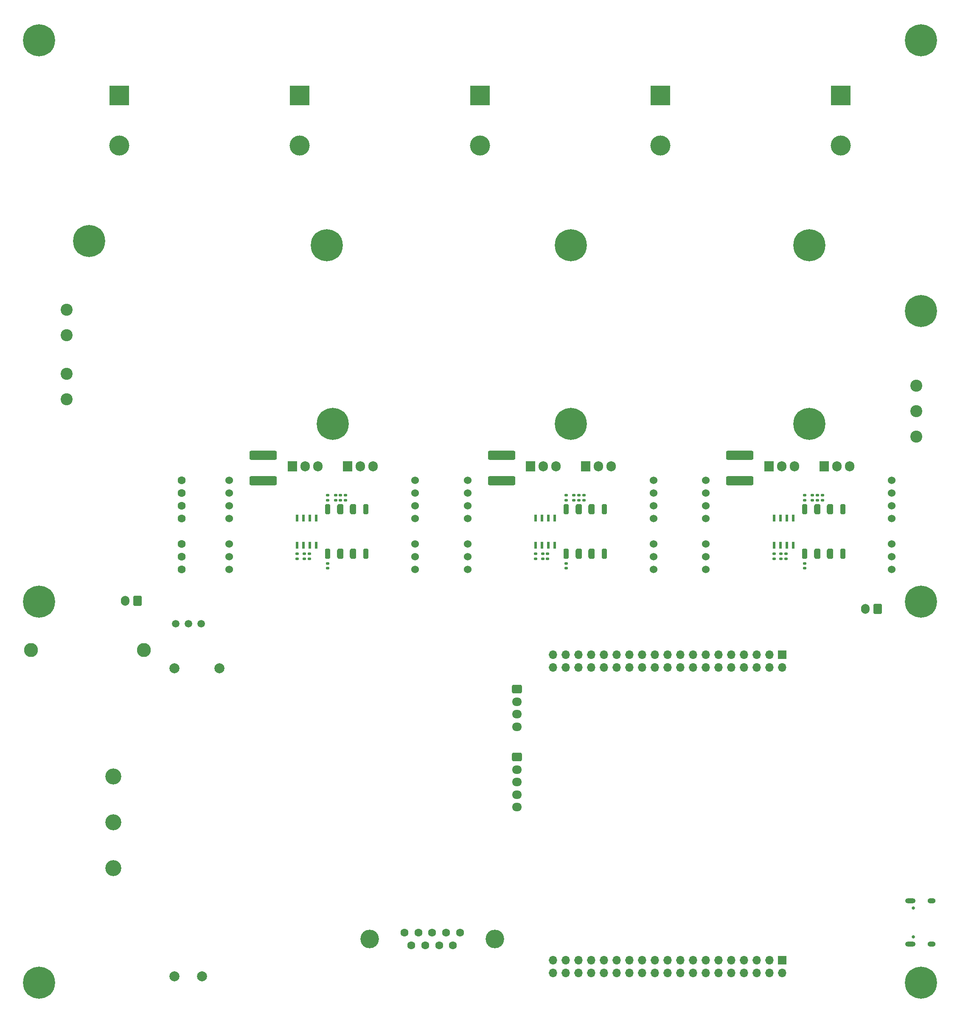
<source format=gbr>
%TF.GenerationSoftware,KiCad,Pcbnew,7.0.7-7.0.7~ubuntu22.04.1*%
%TF.CreationDate,2023-09-07T14:29:00+02:00*%
%TF.ProjectId,Inverter_KiCAD,496e7665-7274-4657-925f-4b694341442e,rev?*%
%TF.SameCoordinates,Original*%
%TF.FileFunction,Soldermask,Bot*%
%TF.FilePolarity,Negative*%
%FSLAX46Y46*%
G04 Gerber Fmt 4.6, Leading zero omitted, Abs format (unit mm)*
G04 Created by KiCad (PCBNEW 7.0.7-7.0.7~ubuntu22.04.1) date 2023-09-07 14:29:00*
%MOMM*%
%LPD*%
G01*
G04 APERTURE LIST*
G04 Aperture macros list*
%AMRoundRect*
0 Rectangle with rounded corners*
0 $1 Rounding radius*
0 $2 $3 $4 $5 $6 $7 $8 $9 X,Y pos of 4 corners*
0 Add a 4 corners polygon primitive as box body*
4,1,4,$2,$3,$4,$5,$6,$7,$8,$9,$2,$3,0*
0 Add four circle primitives for the rounded corners*
1,1,$1+$1,$2,$3*
1,1,$1+$1,$4,$5*
1,1,$1+$1,$6,$7*
1,1,$1+$1,$8,$9*
0 Add four rect primitives between the rounded corners*
20,1,$1+$1,$2,$3,$4,$5,0*
20,1,$1+$1,$4,$5,$6,$7,0*
20,1,$1+$1,$6,$7,$8,$9,0*
20,1,$1+$1,$8,$9,$2,$3,0*%
G04 Aperture macros list end*
%ADD10C,0.800000*%
%ADD11C,6.400000*%
%ADD12C,1.524000*%
%ADD13R,4.000000X4.000000*%
%ADD14C,4.000000*%
%ADD15C,1.600000*%
%ADD16R,1.905000X2.000000*%
%ADD17O,1.905000X2.000000*%
%ADD18C,2.400000*%
%ADD19C,1.498600*%
%ADD20C,0.650000*%
%ADD21O,2.100000X1.000000*%
%ADD22O,1.600000X1.000000*%
%ADD23RoundRect,0.250000X-0.725000X0.600000X-0.725000X-0.600000X0.725000X-0.600000X0.725000X0.600000X0*%
%ADD24O,1.950000X1.700000*%
%ADD25R,1.700000X1.700000*%
%ADD26O,1.700000X1.700000*%
%ADD27C,2.006600*%
%ADD28C,1.600200*%
%ADD29C,3.708400*%
%ADD30RoundRect,0.250000X0.600000X0.750000X-0.600000X0.750000X-0.600000X-0.750000X0.600000X-0.750000X0*%
%ADD31O,1.700000X2.000000*%
%ADD32C,2.800000*%
%ADD33C,3.200000*%
%ADD34RoundRect,0.140000X-0.170000X0.140000X-0.170000X-0.140000X0.170000X-0.140000X0.170000X0.140000X0*%
%ADD35RoundRect,0.135000X-0.185000X0.135000X-0.185000X-0.135000X0.185000X-0.135000X0.185000X0.135000X0*%
%ADD36R,0.508000X1.460500*%
%ADD37RoundRect,0.250000X-2.450000X0.650000X-2.450000X-0.650000X2.450000X-0.650000X2.450000X0.650000X0*%
%ADD38RoundRect,0.135000X0.185000X-0.135000X0.185000X0.135000X-0.185000X0.135000X-0.185000X-0.135000X0*%
%ADD39RoundRect,0.140000X0.170000X-0.140000X0.170000X0.140000X-0.170000X0.140000X-0.170000X-0.140000X0*%
%ADD40RoundRect,0.254000X-0.254000X-0.746000X0.254000X-0.746000X0.254000X0.746000X-0.254000X0.746000X0*%
%ADD41RoundRect,0.317500X-0.317500X-0.682500X0.317500X-0.682500X0.317500X0.682500X-0.317500X0.682500X0*%
%ADD42RoundRect,0.265000X-0.265000X-0.735000X0.265000X-0.735000X0.265000X0.735000X-0.265000X0.735000X0*%
G04 APERTURE END LIST*
D10*
%TO.C,H109*%
X92070000Y-58870000D03*
X92772944Y-57172944D03*
X92772944Y-60567056D03*
X94470000Y-56470000D03*
D11*
X94470000Y-58870000D03*
D10*
X94470000Y-61270000D03*
X96167056Y-57172944D03*
X96167056Y-60567056D03*
X96870000Y-58870000D03*
%TD*%
D12*
%TO.C,U301*%
X122500000Y-123592500D03*
X122500000Y-121052500D03*
X122500000Y-118512500D03*
X122500000Y-113432500D03*
X122500000Y-110892500D03*
X122500000Y-108352500D03*
X122500000Y-105812500D03*
%TD*%
D13*
%TO.C,C1004*%
X89000000Y-29000000D03*
D14*
X89000000Y-39000000D03*
%TD*%
D15*
%TO.C,U701*%
X65500000Y-123592500D03*
X65500000Y-121052500D03*
X65500000Y-118512500D03*
X65500000Y-113432500D03*
X65500000Y-110892500D03*
X65500000Y-108352500D03*
X65500000Y-105812500D03*
%TD*%
D16*
%TO.C,Q202*%
X87540000Y-102940000D03*
D17*
X90080000Y-102940000D03*
X92620000Y-102940000D03*
%TD*%
D18*
%TO.C,J104*%
X212000000Y-86920000D03*
X212000000Y-92000000D03*
X212000000Y-97080000D03*
%TD*%
D19*
%TO.C,U502*%
X64320000Y-134400000D03*
X66860000Y-134400000D03*
X69400000Y-134400000D03*
%TD*%
D16*
%TO.C,Q403*%
X193660000Y-102940000D03*
D17*
X196200000Y-102940000D03*
X198740000Y-102940000D03*
%TD*%
D10*
%TO.C,H103*%
X210600000Y-206000000D03*
X211302944Y-204302944D03*
X211302944Y-207697056D03*
X213000000Y-203600000D03*
D11*
X213000000Y-206000000D03*
D10*
X213000000Y-208400000D03*
X214697056Y-204302944D03*
X214697056Y-207697056D03*
X215400000Y-206000000D03*
%TD*%
%TO.C,H108*%
X44600000Y-58000000D03*
X45302944Y-56302944D03*
X45302944Y-59697056D03*
X47000000Y-55600000D03*
D11*
X47000000Y-58000000D03*
D10*
X47000000Y-60400000D03*
X48697056Y-56302944D03*
X48697056Y-59697056D03*
X49400000Y-58000000D03*
%TD*%
%TO.C,H107*%
X210600000Y-72000000D03*
X211302944Y-70302944D03*
X211302944Y-73697056D03*
X213000000Y-69600000D03*
D11*
X213000000Y-72000000D03*
D10*
X213000000Y-74400000D03*
X214697056Y-70302944D03*
X214697056Y-73697056D03*
X215400000Y-72000000D03*
%TD*%
D20*
%TO.C,J801*%
X211400000Y-196890000D03*
X211400000Y-191110000D03*
D21*
X210870000Y-198320000D03*
D22*
X215050000Y-198320000D03*
D21*
X210870000Y-189680000D03*
D22*
X215050000Y-189680000D03*
%TD*%
D23*
%TO.C,J802*%
X132400000Y-161000000D03*
D24*
X132400000Y-163500000D03*
X132400000Y-166000000D03*
X132400000Y-168500000D03*
X132400000Y-171000000D03*
%TD*%
D16*
%TO.C,Q303*%
X146100000Y-102940000D03*
D17*
X148640000Y-102940000D03*
X151180000Y-102940000D03*
%TD*%
D13*
%TO.C,C1003*%
X125000000Y-29000000D03*
D14*
X125000000Y-39000000D03*
%TD*%
D25*
%TO.C,J101*%
X185260000Y-140570000D03*
D26*
X185260000Y-143110000D03*
X182720000Y-140570000D03*
X182720000Y-143110000D03*
X180180000Y-140570000D03*
X180180000Y-143110000D03*
X177640000Y-140570000D03*
X177640000Y-143110000D03*
X175100000Y-140570000D03*
X175100000Y-143110000D03*
X172560000Y-140570000D03*
X172560000Y-143110000D03*
X170020000Y-140570000D03*
X170020000Y-143110000D03*
X167480000Y-140570000D03*
X167480000Y-143110000D03*
X164940000Y-140570000D03*
X164940000Y-143110000D03*
X162400000Y-140570000D03*
X162400000Y-143110000D03*
X159860000Y-140570000D03*
X159860000Y-143110000D03*
X157320000Y-140570000D03*
X157320000Y-143110000D03*
X154780000Y-140570000D03*
X154780000Y-143110000D03*
X152240000Y-140570000D03*
X152240000Y-143110000D03*
X149700000Y-140570000D03*
X149700000Y-143110000D03*
X147160000Y-140570000D03*
X147160000Y-143110000D03*
X144620000Y-140570000D03*
X144620000Y-143110000D03*
X142080000Y-140570000D03*
X142080000Y-143110000D03*
X139540000Y-140570000D03*
X139540000Y-143110000D03*
%TD*%
D10*
%TO.C,H102*%
X34600000Y-130000000D03*
X35302944Y-128302944D03*
X35302944Y-131697056D03*
X37000000Y-127600000D03*
D11*
X37000000Y-130000000D03*
D10*
X37000000Y-132400000D03*
X38697056Y-128302944D03*
X38697056Y-131697056D03*
X39400000Y-130000000D03*
%TD*%
D27*
%TO.C,U501*%
X64005501Y-204750000D03*
X69505500Y-204750000D03*
X73005501Y-143249996D03*
X64005501Y-143249996D03*
%TD*%
D16*
%TO.C,Q203*%
X98540000Y-102940000D03*
D17*
X101080000Y-102940000D03*
X103620000Y-102940000D03*
%TD*%
D16*
%TO.C,Q402*%
X182660000Y-102940000D03*
D17*
X185200000Y-102940000D03*
X187740000Y-102940000D03*
%TD*%
D10*
%TO.C,H104*%
X210600000Y-130000000D03*
X211302944Y-128302944D03*
X211302944Y-131697056D03*
X213000000Y-127600000D03*
D11*
X213000000Y-130000000D03*
D10*
X213000000Y-132400000D03*
X214697056Y-128302944D03*
X214697056Y-131697056D03*
X215400000Y-130000000D03*
%TD*%
%TO.C,H114*%
X188300000Y-94470000D03*
X189002944Y-92772944D03*
X189002944Y-96167056D03*
X190700000Y-92070000D03*
D11*
X190700000Y-94470000D03*
D10*
X190700000Y-96870000D03*
X192397056Y-92772944D03*
X192397056Y-96167056D03*
X193100000Y-94470000D03*
%TD*%
D18*
%TO.C,J102*%
X42525000Y-76825000D03*
X42525000Y-71745000D03*
%TD*%
D28*
%TO.C,J1301*%
X120994999Y-196060000D03*
X118224999Y-196060000D03*
X115455000Y-196060000D03*
X112685000Y-196060000D03*
X109915001Y-196060000D03*
X119609999Y-198600000D03*
X116839999Y-198600000D03*
X114070000Y-198600000D03*
X111300000Y-198600000D03*
D29*
X102960001Y-197330000D03*
X127949999Y-197330000D03*
%TD*%
D10*
%TO.C,H112*%
X140740000Y-94470000D03*
X141442944Y-92772944D03*
X141442944Y-96167056D03*
X143140000Y-92070000D03*
D11*
X143140000Y-94470000D03*
D10*
X143140000Y-96870000D03*
X144837056Y-92772944D03*
X144837056Y-96167056D03*
X145540000Y-94470000D03*
%TD*%
D13*
%TO.C,C1002*%
X161000000Y-29000000D03*
D14*
X161000000Y-39000000D03*
%TD*%
D10*
%TO.C,H113*%
X188300000Y-58870000D03*
X189002944Y-57172944D03*
X189002944Y-60567056D03*
X190700000Y-56470000D03*
D11*
X190700000Y-58870000D03*
D10*
X190700000Y-61270000D03*
X192397056Y-57172944D03*
X192397056Y-60567056D03*
X193100000Y-58870000D03*
%TD*%
%TO.C,H111*%
X140740000Y-58870000D03*
X141442944Y-57172944D03*
X141442944Y-60567056D03*
X143140000Y-56470000D03*
D11*
X143140000Y-58870000D03*
D10*
X143140000Y-61270000D03*
X144837056Y-57172944D03*
X144837056Y-60567056D03*
X145540000Y-58870000D03*
%TD*%
D30*
%TO.C,J1102*%
X56700000Y-129800000D03*
D31*
X54200000Y-129800000D03*
%TD*%
D23*
%TO.C,J804*%
X132400000Y-147462500D03*
D24*
X132400000Y-149962500D03*
X132400000Y-152462500D03*
X132400000Y-154962500D03*
%TD*%
D32*
%TO.C,F501*%
X35400000Y-139600000D03*
X57900000Y-139600000D03*
%TD*%
D33*
%TO.C,J501*%
X51825000Y-183140000D03*
X51825000Y-174000000D03*
X51825000Y-164860000D03*
%TD*%
D16*
%TO.C,Q302*%
X135100000Y-102940000D03*
D17*
X137640000Y-102940000D03*
X140180000Y-102940000D03*
%TD*%
D30*
%TO.C,J1101*%
X204350000Y-131425000D03*
D31*
X201850000Y-131425000D03*
%TD*%
D10*
%TO.C,H101*%
X34600000Y-206000000D03*
X35302944Y-204302944D03*
X35302944Y-207697056D03*
X37000000Y-203600000D03*
D11*
X37000000Y-206000000D03*
D10*
X37000000Y-208400000D03*
X38697056Y-204302944D03*
X38697056Y-207697056D03*
X39400000Y-206000000D03*
%TD*%
D25*
%TO.C,J103*%
X185260000Y-201530000D03*
D26*
X185260000Y-204070000D03*
X182720000Y-201530000D03*
X182720000Y-204070000D03*
X180180000Y-201530000D03*
X180180000Y-204070000D03*
X177640000Y-201530000D03*
X177640000Y-204070000D03*
X175100000Y-201530000D03*
X175100000Y-204070000D03*
X172560000Y-201530000D03*
X172560000Y-204070000D03*
X170020000Y-201530000D03*
X170020000Y-204070000D03*
X167480000Y-201530000D03*
X167480000Y-204070000D03*
X164940000Y-201530000D03*
X164940000Y-204070000D03*
X162400000Y-201530000D03*
X162400000Y-204070000D03*
X159860000Y-201530000D03*
X159860000Y-204070000D03*
X157320000Y-201530000D03*
X157320000Y-204070000D03*
X154780000Y-201530000D03*
X154780000Y-204070000D03*
X152240000Y-201530000D03*
X152240000Y-204070000D03*
X149700000Y-201530000D03*
X149700000Y-204070000D03*
X147160000Y-201530000D03*
X147160000Y-204070000D03*
X144620000Y-201530000D03*
X144620000Y-204070000D03*
X142080000Y-201530000D03*
X142080000Y-204070000D03*
X139540000Y-201530000D03*
X139540000Y-204070000D03*
%TD*%
D12*
%TO.C,U302*%
X159600000Y-123592500D03*
X159600000Y-121052500D03*
X159600000Y-118512500D03*
X159600000Y-113432500D03*
X159600000Y-110892500D03*
X159600000Y-108352500D03*
X159600000Y-105812500D03*
%TD*%
%TO.C,U202*%
X112040000Y-123592500D03*
X112040000Y-121052500D03*
X112040000Y-118512500D03*
X112040000Y-113432500D03*
X112040000Y-110892500D03*
X112040000Y-108352500D03*
X112040000Y-105812500D03*
%TD*%
D13*
%TO.C,C1001*%
X197000000Y-29000000D03*
D14*
X197000000Y-39000000D03*
%TD*%
D12*
%TO.C,U201*%
X74940000Y-123592500D03*
X74940000Y-121052500D03*
X74940000Y-118512500D03*
X74940000Y-113432500D03*
X74940000Y-110892500D03*
X74940000Y-108352500D03*
X74940000Y-105812500D03*
%TD*%
D13*
%TO.C,C1005*%
X53000000Y-29000000D03*
D14*
X53000000Y-39000000D03*
%TD*%
D12*
%TO.C,U402*%
X207160000Y-123592500D03*
X207160000Y-121052500D03*
X207160000Y-118512500D03*
X207160000Y-113432500D03*
X207160000Y-110892500D03*
X207160000Y-108352500D03*
X207160000Y-105812500D03*
%TD*%
D10*
%TO.C,H105*%
X34600000Y-18000000D03*
X35302944Y-16302944D03*
X35302944Y-19697056D03*
X37000000Y-15600000D03*
D11*
X37000000Y-18000000D03*
D10*
X37000000Y-20400000D03*
X38697056Y-16302944D03*
X38697056Y-19697056D03*
X39400000Y-18000000D03*
%TD*%
D12*
%TO.C,U401*%
X170060000Y-123592500D03*
X170060000Y-121052500D03*
X170060000Y-118512500D03*
X170060000Y-113432500D03*
X170060000Y-110892500D03*
X170060000Y-108352500D03*
X170060000Y-105812500D03*
%TD*%
D10*
%TO.C,H110*%
X93180000Y-94470000D03*
X93882944Y-92772944D03*
X93882944Y-96167056D03*
X95580000Y-92070000D03*
D11*
X95580000Y-94470000D03*
D10*
X95580000Y-96870000D03*
X97277056Y-92772944D03*
X97277056Y-96167056D03*
X97980000Y-94470000D03*
%TD*%
%TO.C,H106*%
X210600000Y-18000000D03*
X211302944Y-16302944D03*
X211302944Y-19697056D03*
X213000000Y-15600000D03*
D11*
X213000000Y-18000000D03*
D10*
X213000000Y-20400000D03*
X214697056Y-16302944D03*
X214697056Y-19697056D03*
X215400000Y-18000000D03*
%TD*%
D18*
%TO.C,J901*%
X42525000Y-89625000D03*
X42525000Y-84545000D03*
%TD*%
D34*
%TO.C,C410*%
X185060000Y-120440000D03*
X185060000Y-121400000D03*
%TD*%
D35*
%TO.C,R210*%
X96170000Y-108730000D03*
X96170000Y-109750000D03*
%TD*%
D36*
%TO.C,U204*%
X88540000Y-113275850D03*
X89810000Y-113275850D03*
X91080000Y-113275850D03*
X92350000Y-113275850D03*
X92350000Y-118724150D03*
X91080000Y-118724150D03*
X89810000Y-118724150D03*
X88540000Y-118724150D03*
%TD*%
D34*
%TO.C,C211*%
X90940000Y-120440000D03*
X90940000Y-121400000D03*
%TD*%
D36*
%TO.C,U404*%
X183660000Y-113275850D03*
X184930000Y-113275850D03*
X186200000Y-113275850D03*
X187470000Y-113275850D03*
X187470000Y-118724150D03*
X186200000Y-118724150D03*
X184930000Y-118724150D03*
X183660000Y-118724150D03*
%TD*%
D34*
%TO.C,C311*%
X138500000Y-120440000D03*
X138500000Y-121400000D03*
%TD*%
D37*
%TO.C,C306*%
X129300000Y-100750000D03*
X129300000Y-105850000D03*
%TD*%
D34*
%TO.C,C210*%
X89940000Y-120440000D03*
X89940000Y-121400000D03*
%TD*%
D38*
%TO.C,R211*%
X98170000Y-109750000D03*
X98170000Y-108730000D03*
%TD*%
D39*
%TO.C,C205*%
X97170000Y-109720000D03*
X97170000Y-108760000D03*
%TD*%
D34*
%TO.C,C308*%
X142190000Y-122360000D03*
X142190000Y-123320000D03*
%TD*%
%TO.C,C408*%
X189750000Y-122360000D03*
X189750000Y-123320000D03*
%TD*%
D40*
%TO.C,U403*%
X189750000Y-111550000D03*
D41*
X192290000Y-111550000D03*
X194830000Y-111550000D03*
D40*
X197370000Y-111550000D03*
X197370000Y-120450000D03*
D41*
X194830000Y-120450000D03*
X192290000Y-120450000D03*
D42*
X189750000Y-120450000D03*
%TD*%
D35*
%TO.C,R310*%
X143730000Y-108730000D03*
X143730000Y-109750000D03*
%TD*%
D34*
%TO.C,C209*%
X88545000Y-120440000D03*
X88545000Y-121400000D03*
%TD*%
D38*
%TO.C,R311*%
X145730000Y-109750000D03*
X145730000Y-108730000D03*
%TD*%
D39*
%TO.C,C307*%
X142190000Y-109720000D03*
X142190000Y-108760000D03*
%TD*%
%TO.C,C305*%
X144730000Y-109720000D03*
X144730000Y-108760000D03*
%TD*%
%TO.C,C407*%
X189750000Y-109720000D03*
X189750000Y-108760000D03*
%TD*%
D35*
%TO.C,R410*%
X191290000Y-108730000D03*
X191290000Y-109750000D03*
%TD*%
D39*
%TO.C,C405*%
X192290000Y-109720000D03*
X192290000Y-108760000D03*
%TD*%
D36*
%TO.C,U304*%
X136100000Y-113275850D03*
X137370000Y-113275850D03*
X138640000Y-113275850D03*
X139910000Y-113275850D03*
X139910000Y-118724150D03*
X138640000Y-118724150D03*
X137370000Y-118724150D03*
X136100000Y-118724150D03*
%TD*%
D40*
%TO.C,U203*%
X94630000Y-111550000D03*
D41*
X97170000Y-111550000D03*
X99710000Y-111550000D03*
D40*
X102250000Y-111550000D03*
X102250000Y-120450000D03*
D41*
X99710000Y-120450000D03*
X97170000Y-120450000D03*
D42*
X94630000Y-120450000D03*
%TD*%
D34*
%TO.C,C310*%
X137500000Y-120440000D03*
X137500000Y-121400000D03*
%TD*%
D38*
%TO.C,R411*%
X193290000Y-109750000D03*
X193290000Y-108730000D03*
%TD*%
D34*
%TO.C,C309*%
X136105000Y-120440000D03*
X136105000Y-121400000D03*
%TD*%
D40*
%TO.C,U303*%
X142190000Y-111550000D03*
D41*
X144730000Y-111550000D03*
X147270000Y-111550000D03*
D40*
X149810000Y-111550000D03*
X149810000Y-120450000D03*
D41*
X147270000Y-120450000D03*
X144730000Y-120450000D03*
D42*
X142190000Y-120450000D03*
%TD*%
D34*
%TO.C,C409*%
X183665000Y-120440000D03*
X183665000Y-121400000D03*
%TD*%
D37*
%TO.C,C206*%
X81700000Y-100750000D03*
X81700000Y-105850000D03*
%TD*%
D34*
%TO.C,C208*%
X94630000Y-122360000D03*
X94630000Y-123320000D03*
%TD*%
%TO.C,C411*%
X186060000Y-120440000D03*
X186060000Y-121400000D03*
%TD*%
D37*
%TO.C,C406*%
X176800000Y-100750000D03*
X176800000Y-105850000D03*
%TD*%
D39*
%TO.C,C207*%
X94630000Y-109720000D03*
X94630000Y-108760000D03*
%TD*%
M02*

</source>
